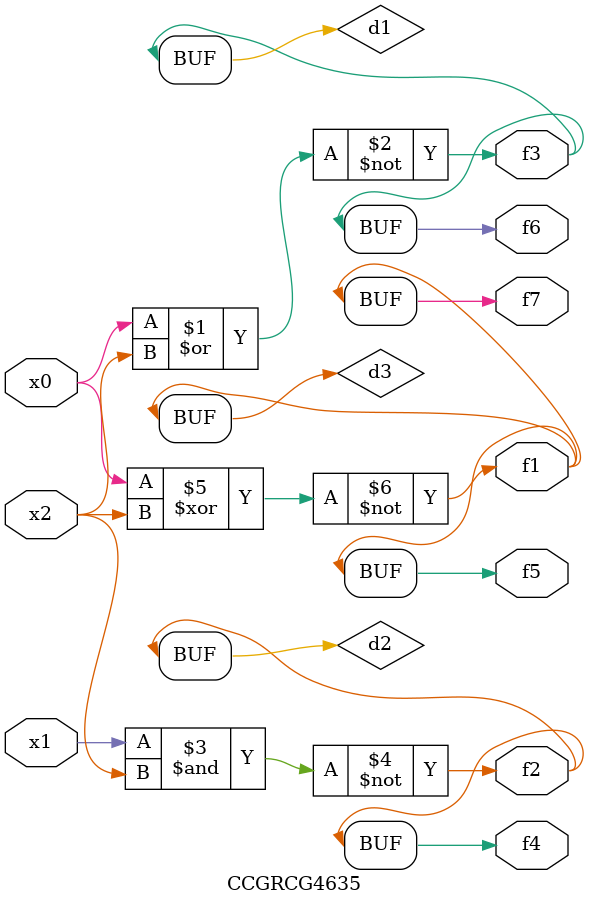
<source format=v>
module CCGRCG4635(
	input x0, x1, x2,
	output f1, f2, f3, f4, f5, f6, f7
);

	wire d1, d2, d3;

	nor (d1, x0, x2);
	nand (d2, x1, x2);
	xnor (d3, x0, x2);
	assign f1 = d3;
	assign f2 = d2;
	assign f3 = d1;
	assign f4 = d2;
	assign f5 = d3;
	assign f6 = d1;
	assign f7 = d3;
endmodule

</source>
